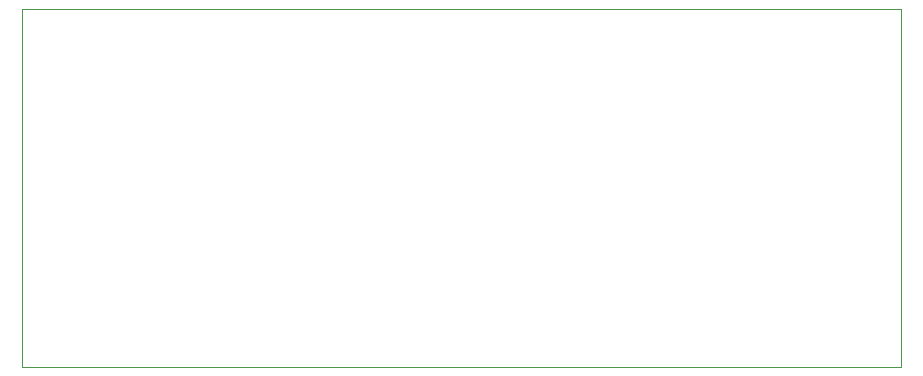
<source format=gbr>
%TF.GenerationSoftware,KiCad,Pcbnew,(5.1.6)-1*%
%TF.CreationDate,2020-07-31T11:50:05+07:00*%
%TF.ProjectId,stm32_nrf24,73746d33-325f-46e7-9266-32342e6b6963,rev?*%
%TF.SameCoordinates,Original*%
%TF.FileFunction,Profile,NP*%
%FSLAX46Y46*%
G04 Gerber Fmt 4.6, Leading zero omitted, Abs format (unit mm)*
G04 Created by KiCad (PCBNEW (5.1.6)-1) date 2020-07-31 11:50:05*
%MOMM*%
%LPD*%
G01*
G04 APERTURE LIST*
%TA.AperFunction,Profile*%
%ADD10C,0.050000*%
%TD*%
G04 APERTURE END LIST*
D10*
X151750000Y-126500000D02*
X153136600Y-126500760D01*
X151750000Y-96250000D02*
X153136600Y-96250760D01*
X78750000Y-96250000D02*
X78750000Y-103000000D01*
X151750000Y-96250000D02*
X78750000Y-96250000D01*
X153136600Y-126500760D02*
X153136600Y-96250760D01*
X151000000Y-126500000D02*
X151750000Y-126500000D01*
X78750000Y-126500000D02*
X151000000Y-126500000D01*
X78750000Y-125250000D02*
X78750000Y-126500000D01*
X78750000Y-103000000D02*
X78750000Y-125250000D01*
M02*

</source>
